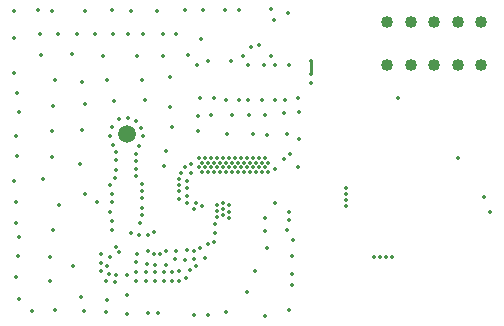
<source format=gbl>
G04*
G04 #@! TF.GenerationSoftware,Altium Limited,Altium Designer,25.8.1 (18)*
G04*
G04 Layer_Physical_Order=4*
G04 Layer_Color=16711680*
%FSLAX25Y25*%
%MOIN*%
G70*
G04*
G04 #@! TF.SameCoordinates,B1CEF322-6E4B-462D-A777-0404C650DA73*
G04*
G04*
G04 #@! TF.FilePolarity,Positive*
G04*
G01*
G75*
%ADD39C,0.01400*%
%ADD42C,0.01000*%
%ADD44C,0.04000*%
%ADD45C,0.05906*%
D39*
X161500Y408662D02*
D03*
X254500Y460000D02*
D03*
X285000Y422000D02*
D03*
X157500Y404000D02*
D03*
X165500Y415000D02*
D03*
X274500Y440000D02*
D03*
X205500Y477000D02*
D03*
X187000Y425000D02*
D03*
X196000D02*
D03*
X218000Y422000D02*
D03*
Y419600D02*
D03*
X221155Y437267D02*
D03*
X213444Y436556D02*
D03*
X216523Y439634D02*
D03*
X218444Y441556D02*
D03*
X218000Y471000D02*
D03*
X213500D02*
D03*
X237000Y430000D02*
D03*
Y428000D02*
D03*
Y426000D02*
D03*
Y424000D02*
D03*
X225500Y465000D02*
D03*
X209827Y471095D02*
D03*
X208194Y477806D02*
D03*
X225500Y468000D02*
D03*
X212000Y474000D02*
D03*
X213000Y486200D02*
D03*
X191000Y472500D02*
D03*
X188728Y479850D02*
D03*
X217570Y416200D02*
D03*
X202646Y474178D02*
D03*
X252500Y407000D02*
D03*
X250500D02*
D03*
X248500D02*
D03*
X246500D02*
D03*
X283000Y427000D02*
D03*
X210128Y387413D02*
D03*
X218124Y389337D02*
D03*
X219160Y397926D02*
D03*
Y401479D02*
D03*
X219012Y407402D02*
D03*
X219604Y412733D02*
D03*
X210000Y420000D02*
D03*
X210276Y415694D02*
D03*
X210720Y410068D02*
D03*
X206722Y402368D02*
D03*
X204000Y395500D02*
D03*
X196949Y388745D02*
D03*
X148678Y393928D02*
D03*
X157414Y392891D02*
D03*
X191174Y387857D02*
D03*
X186288D02*
D03*
X174500Y388500D02*
D03*
X171185Y388301D02*
D03*
X164000Y388000D02*
D03*
X156970Y388893D02*
D03*
X149714Y389189D02*
D03*
X140000Y389500D02*
D03*
X132500Y389000D02*
D03*
X221413Y446586D02*
D03*
X217500Y448000D02*
D03*
X210813Y447829D02*
D03*
X206037Y448157D02*
D03*
X197400Y447960D02*
D03*
X187846Y449007D02*
D03*
X187912Y454111D02*
D03*
X192000Y454500D02*
D03*
X199166Y454503D02*
D03*
X204728Y454307D02*
D03*
X210000Y454500D02*
D03*
X216500Y455000D02*
D03*
X221500Y455500D02*
D03*
X221000Y460000D02*
D03*
X216833Y459607D02*
D03*
X213500Y459500D02*
D03*
X209000D02*
D03*
X204500D02*
D03*
X201500D02*
D03*
X197000D02*
D03*
X193000Y460000D02*
D03*
X188500D02*
D03*
X138292Y398999D02*
D03*
X138500Y407000D02*
D03*
X139500Y416000D02*
D03*
X141500Y424500D02*
D03*
X148500Y438000D02*
D03*
X139000Y440500D02*
D03*
Y449000D02*
D03*
X149000Y449500D02*
D03*
X176500Y437500D02*
D03*
X177000Y442500D02*
D03*
X179000Y450500D02*
D03*
X178355Y457063D02*
D03*
X170000Y459500D02*
D03*
X159762Y459129D02*
D03*
X150000Y458000D02*
D03*
X139500Y457500D02*
D03*
X139989Y465990D02*
D03*
X149000Y465500D02*
D03*
X157500Y466000D02*
D03*
X169000D02*
D03*
X178500Y467000D02*
D03*
X176000Y474000D02*
D03*
X184500Y474500D02*
D03*
X167500Y474000D02*
D03*
X156073Y474106D02*
D03*
X145744Y474697D02*
D03*
X135500Y474500D02*
D03*
X135000Y481500D02*
D03*
X141000D02*
D03*
X147293Y481484D02*
D03*
X153500Y481500D02*
D03*
X159500D02*
D03*
X164500D02*
D03*
X169280Y481484D02*
D03*
X176067Y481337D02*
D03*
X180500Y481500D02*
D03*
X198649Y472354D02*
D03*
X189497Y489536D02*
D03*
X217901Y488511D02*
D03*
X211944Y489653D02*
D03*
X201500Y489500D02*
D03*
X196818Y489536D02*
D03*
X183500Y489500D02*
D03*
X174124Y489243D02*
D03*
X165500Y489000D02*
D03*
X159000Y489500D02*
D03*
X150000Y489000D02*
D03*
X139000D02*
D03*
X134500Y489500D02*
D03*
X126500Y489000D02*
D03*
Y480000D02*
D03*
X126477Y468510D02*
D03*
X127499Y461810D02*
D03*
X127953Y455337D02*
D03*
X127272Y447502D02*
D03*
X127499Y440915D02*
D03*
X126500Y432500D02*
D03*
X128000Y393000D02*
D03*
X127000Y400500D02*
D03*
X127612Y407415D02*
D03*
X127953Y413661D02*
D03*
X127000Y418500D02*
D03*
Y425500D02*
D03*
X136000Y433000D02*
D03*
X150000Y428000D02*
D03*
X154000Y425500D02*
D03*
X168500Y418500D02*
D03*
X169000Y421000D02*
D03*
Y423500D02*
D03*
X169179Y426780D02*
D03*
X169000Y429000D02*
D03*
Y431500D02*
D03*
X167000Y434000D02*
D03*
Y436500D02*
D03*
Y439000D02*
D03*
Y441500D02*
D03*
X168252Y444058D02*
D03*
X169500Y447500D02*
D03*
X168837Y450061D02*
D03*
X167080Y452453D02*
D03*
X164500Y453500D02*
D03*
X161500Y453000D02*
D03*
X159000Y450500D02*
D03*
X158500Y447500D02*
D03*
X159500Y444500D02*
D03*
X160500Y442000D02*
D03*
Y439500D02*
D03*
Y436000D02*
D03*
X160000Y433500D02*
D03*
X158500Y431000D02*
D03*
X159000Y428000D02*
D03*
Y425500D02*
D03*
X158500Y422000D02*
D03*
X159000Y419000D02*
D03*
Y416000D02*
D03*
X160005Y398717D02*
D03*
X160500Y401000D02*
D03*
X157000Y399000D02*
D03*
X158500Y407000D02*
D03*
X155500Y405000D02*
D03*
Y408000D02*
D03*
X158000Y401500D02*
D03*
X155500Y402500D02*
D03*
X167519Y408282D02*
D03*
X167129Y405549D02*
D03*
X170741Y404719D02*
D03*
X173500Y404500D02*
D03*
X177000D02*
D03*
X181500Y402500D02*
D03*
X179000Y402000D02*
D03*
X176500D02*
D03*
X173500D02*
D03*
X170500D02*
D03*
X167000D02*
D03*
Y399000D02*
D03*
X170500D02*
D03*
X173500D02*
D03*
X176500D02*
D03*
X179000D02*
D03*
X181500D02*
D03*
X183772Y400229D02*
D03*
X185188Y402621D02*
D03*
X187000Y404000D02*
D03*
X190166Y406672D02*
D03*
X186500Y406500D02*
D03*
X183500Y406000D02*
D03*
X180000Y406500D02*
D03*
X180500Y409000D02*
D03*
X184000Y409500D02*
D03*
X186500Y409000D02*
D03*
X188500Y410000D02*
D03*
X191240Y411357D02*
D03*
X193000Y412000D02*
D03*
X193500Y415000D02*
D03*
Y418000D02*
D03*
X198000Y420000D02*
D03*
X194000Y420500D02*
D03*
X196000Y421000D02*
D03*
X198000Y422000D02*
D03*
X194000Y422500D02*
D03*
X196000Y423000D02*
D03*
X198000Y424500D02*
D03*
X194000D02*
D03*
X186500Y423000D02*
D03*
X189000Y424000D02*
D03*
X184000Y425000D02*
D03*
X181500Y426500D02*
D03*
Y429000D02*
D03*
Y431000D02*
D03*
Y433000D02*
D03*
X182000Y435000D02*
D03*
X183500Y437000D02*
D03*
X188000Y440000D02*
D03*
X190000D02*
D03*
X192000D02*
D03*
X194000D02*
D03*
X196000D02*
D03*
X198000D02*
D03*
X200000D02*
D03*
X202000D02*
D03*
X204000D02*
D03*
X206000D02*
D03*
X208000D02*
D03*
X210000D02*
D03*
X211000Y438500D02*
D03*
X209000D02*
D03*
X207000D02*
D03*
X205000D02*
D03*
X203000D02*
D03*
X201000D02*
D03*
X199000D02*
D03*
X197000D02*
D03*
X195000D02*
D03*
X193000D02*
D03*
X191000D02*
D03*
X189000D02*
D03*
X185500Y438000D02*
D03*
X188000Y437000D02*
D03*
X190000D02*
D03*
X192000D02*
D03*
X194000D02*
D03*
X196000D02*
D03*
X198000D02*
D03*
X200000D02*
D03*
X202000D02*
D03*
X204000D02*
D03*
X206000D02*
D03*
X208000D02*
D03*
X210000D02*
D03*
X211000Y435500D02*
D03*
X209000D02*
D03*
X207000D02*
D03*
X205000D02*
D03*
X203000D02*
D03*
X201000D02*
D03*
X199000D02*
D03*
X197000D02*
D03*
X195000D02*
D03*
X193000D02*
D03*
X191000D02*
D03*
X189000D02*
D03*
X185500Y435000D02*
D03*
X184000Y432500D02*
D03*
Y430000D02*
D03*
Y427500D02*
D03*
X160500Y410500D02*
D03*
X146000Y404000D02*
D03*
X168000Y414500D02*
D03*
X177000Y409000D02*
D03*
X175000Y408000D02*
D03*
X171000Y414500D02*
D03*
X173000Y415500D02*
D03*
X171000Y409000D02*
D03*
X173000Y408000D02*
D03*
X225500Y472500D02*
D03*
X204500Y471000D02*
D03*
X187500D02*
D03*
X213500Y425000D02*
D03*
X164000Y401000D02*
D03*
Y394300D02*
D03*
D42*
X225500Y468000D02*
Y472500D01*
D44*
X250752Y471120D02*
D03*
X258626D02*
D03*
X266500D02*
D03*
X274374D02*
D03*
X282248D02*
D03*
X250752Y485500D02*
D03*
X282248D02*
D03*
X274374D02*
D03*
X266500D02*
D03*
X258626D02*
D03*
D45*
X164000Y448000D02*
D03*
M02*

</source>
